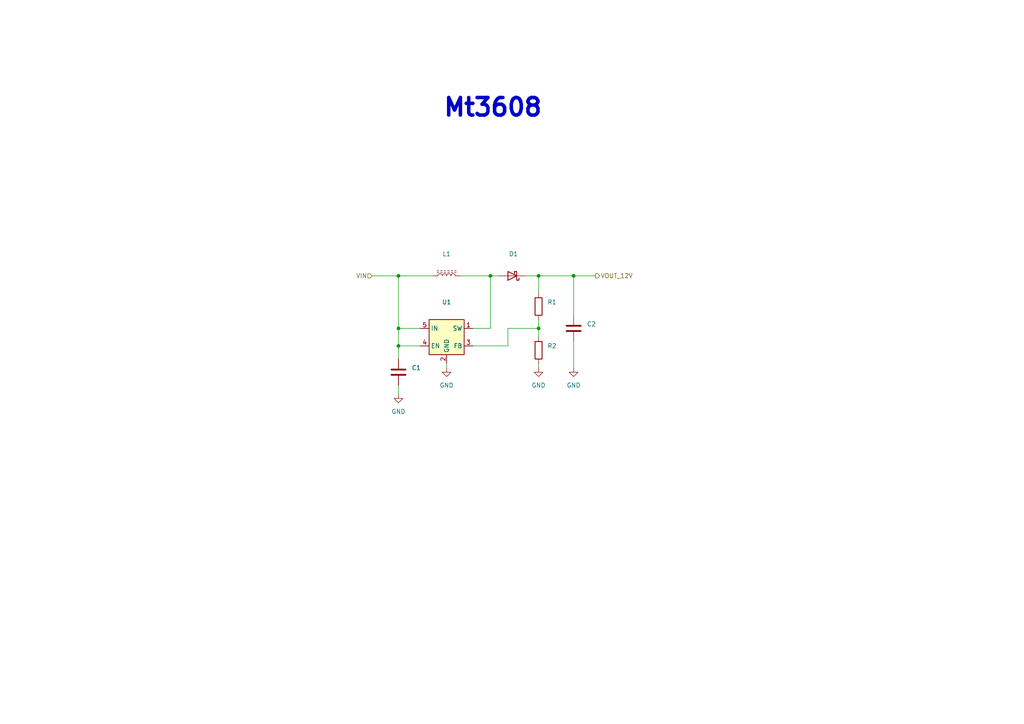
<source format=kicad_sch>
(kicad_sch (version 20211123) (generator eeschema)
  (paper "A4")
  (lib_symbols
    (symbol "Device:C" (pin_numbers hide) (pin_names (offset 0.254))
      (property "Reference" "C" (at 0.635 2.54 0))
      (property "Value" "C" (at 0.635 -2.54 0))
      (symbol "C_0_1"
        (polyline (pts (xy -2.032 -0.762) (xy 2.032 -0.762)) (stroke (width 0.508)))
        (polyline (pts (xy -2.032 0.762) (xy 2.032 0.762)) (stroke (width 0.508)))
      )
      (symbol "C_1_1"
        (pin passive line (at 0 3.81 270) (length 2.794) (name "~") (number "1"))
        (pin passive line (at 0 -3.81 90) (length 2.794) (name "~") (number "2"))
      )
    )
    (symbol "Device:D_Schottky" (pin_numbers hide) (pin_names (offset 1.016) hide)
      (property "Reference" "D" (at 0 2.54 0))
      (property "Value" "D_Schottky" (at 0 -2.54 0))
      (symbol "D_Schottky_0_1"
        (polyline (pts (xy 1.27 0) (xy -1.27 0)))
        (polyline (pts (xy 1.27 1.27) (xy 1.27 -1.27) (xy -1.27 0) (xy 1.27 1.27)) (stroke (width 0.254)))
        (polyline (pts (xy -1.905 0.635) (xy -1.905 1.27) (xy -1.27 1.27) (xy -1.27 -1.27) (xy -0.635 -1.27) (xy -0.635 -0.635)) (stroke (width 0.254)))
      )
      (symbol "D_Schottky_1_1"
        (pin passive line (at -3.81 0 0) (length 2.54) (name "K") (number "1"))
        (pin passive line (at 3.81 0 180) (length 2.54) (name "A") (number "2"))
      )
    )
    (symbol "Device:L_Ferrite" (pin_numbers hide) (pin_names (offset 1.016) hide)
      (property "Reference" "L" (at -1.27 0 90))
      (property "Value" "L_Ferrite" (at 2.794 0 90))
      (symbol "L_Ferrite_0_1"
        (arc (start 0 -2.54) (mid 0.635 -1.905) (end 0 -1.27))
        (arc (start 0 -1.27) (mid 0.635 -0.635) (end 0 0))
        (polyline (pts (xy 1.016 -2.794) (xy 1.016 -2.286)))
        (polyline (pts (xy 1.016 -1.778) (xy 1.016 -1.27)))
        (polyline (pts (xy 1.016 -0.762) (xy 1.016 -0.254)))
        (polyline (pts (xy 1.016 0.254) (xy 1.016 0.762)))
        (polyline (pts (xy 1.016 1.27) (xy 1.016 1.778)))
        (polyline (pts (xy 1.016 2.286) (xy 1.016 2.794)))
        (polyline (pts (xy 1.524 -2.286) (xy 1.524 -2.794)))
        (polyline (pts (xy 1.524 -1.27) (xy 1.524 -1.778)))
        (polyline (pts (xy 1.524 -0.254) (xy 1.524 -0.762)))
        (polyline (pts (xy 1.524 0.762) (xy 1.524 0.254)))
        (polyline (pts (xy 1.524 1.778) (xy 1.524 1.27)))
        (polyline (pts (xy 1.524 2.794) (xy 1.524 2.286)))
        (arc (start 0 0) (mid 0.635 0.635) (end 0 1.27))
        (arc (start 0 1.27) (mid 0.635 1.905) (end 0 2.54))
      )
      (symbol "L_Ferrite_1_1"
        (pin passive line (at 0 3.81 270) (length 1.27) (name "1") (number "1"))
        (pin passive line (at 0 -3.81 90) (length 1.27) (name "2") (number "2"))
      )
    )
    (symbol "Device:R" (pin_numbers hide) (pin_names (offset 0))
      (property "Reference" "R" (at 2.032 0 90))
      (property "Value" "R" (at 0 0 90))
      (symbol "R_0_1"
        (rectangle (start -1.016 -2.54) (end 1.016 2.54) (stroke (width 0.254)))
      )
      (symbol "R_1_1"
        (pin passive line (at 0 3.81 270) (length 1.27) (name "~") (number "1"))
        (pin passive line (at 0 -3.81 90) (length 1.27) (name "~") (number "2"))
      )
    )
    (symbol "Regulator_Switching:MT3608"
      (property "Reference" "U" (at -2.54 8.89 0))
      (property "Value" "MT3608" (at -3.81 6.35 0))
      (symbol "MT3608_0_1"
        (rectangle (start -5.08 5.08) (end 5.08 -5.08) (stroke (width 0.254)) (fill (type background)))
      )
      (symbol "MT3608_1_1"
        (pin passive line (at 7.62 2.54 180) (length 2.54) (name "SW") (number "1"))
        (pin power_in line (at 0 -7.62 90) (length 2.54) (name "GND") (number "2"))
        (pin input line (at 7.62 -2.54 180) (length 2.54) (name "FB") (number "3"))
        (pin input line (at -7.62 -2.54 0) (length 2.54) (name "EN") (number "4"))
        (pin power_in line (at -7.62 2.54 0) (length 2.54) (name "IN") (number "5"))
        (pin no_connect line (at 5.08 0 180) (length 2.54) hide (name "NC") (number "6"))
      )
    )
    (symbol "power:GND" (power) (pin_names (offset 0))
      (property "Value" "GND" (at 0 -3.81 0))
      (symbol "GND_0_1"
        (polyline (pts (xy 0 0) (xy 0 -1.27) (xy 1.27 -1.27) (xy 0 -2.54) (xy -1.27 -1.27) (xy 0 -1.27)))
      )
      (symbol "GND_1_1"
        (pin power_in line (at 0 0 270) (length 0) hide (name "GND") (number "1"))
      )
    )
  )
  (junction (at 115.57 95.25))
  (junction (at 115.57 100.33))
  (junction (at 142.24 80.01))
  (junction (at 156.21 80.01))
  (junction (at 156.21 95.25))
  (junction (at 115.57 80.01))
  (junction (at 166.37 80.01))
  (wire (pts (xy 166.37 99.06) (xy 166.37 106.68)))
  (wire (pts (xy 115.57 100.33) (xy 121.92 100.33)))
  (wire (pts (xy 166.37 80.01) (xy 172.72 80.01)))
  (wire (pts (xy 156.21 95.25) (xy 156.21 97.79)))
  (wire (pts (xy 137.16 100.33) (xy 147.32 100.33)))
  (wire (pts (xy 121.92 95.25) (xy 115.57 95.25)))
  (wire (pts (xy 125.73 80.01) (xy 115.57 80.01)))
  (wire (pts (xy 147.32 95.25) (xy 156.21 95.25)))
  (wire (pts (xy 142.24 80.01) (xy 142.24 95.25)))
  (wire (pts (xy 156.21 95.25) (xy 156.21 92.71)))
  (wire (pts (xy 147.32 100.33) (xy 147.32 95.25)))
  (wire (pts (xy 156.21 105.41) (xy 156.21 106.68)))
  (wire (pts (xy 129.54 105.41) (xy 129.54 106.68)))
  (wire (pts (xy 156.21 80.01) (xy 152.4 80.01)))
  (wire (pts (xy 156.21 85.09) (xy 156.21 80.01)))
  (wire (pts (xy 107.95 80.01) (xy 115.57 80.01)))
  (wire (pts (xy 133.35 80.01) (xy 142.24 80.01)))
  (wire (pts (xy 166.37 80.01) (xy 156.21 80.01)))
  (wire (pts (xy 142.24 80.01) (xy 144.78 80.01)))
  (wire (pts (xy 115.57 95.25) (xy 115.57 100.33)))
  (wire (pts (xy 115.57 104.14) (xy 115.57 100.33)))
  (wire (pts (xy 142.24 95.25) (xy 137.16 95.25)))
  (wire (pts (xy 166.37 91.44) (xy 166.37 80.01)))
  (wire (pts (xy 115.57 80.01) (xy 115.57 95.25)))
  (wire (pts (xy 115.57 111.76) (xy 115.57 114.3)))
  (text "Mt3608" (at 128.27 34.29 0) (effects (font (size 5.08 5.08) (thickness 1.016) bold) (justify left bottom)))
  (hierarchical_label "VOUT_12V" (shape output) (at 172.72 80.01 0))
  (hierarchical_label "VIN" (shape input) (at 107.95 80.01 180))
  (symbol (lib_id "Device:C") (at 166.37 95.25 0) (unit 1)
    (property "Reference" "C2" (at 170.18 93.9799 0) (effects (justify left)))
  )
  (symbol (lib_id "Device:D_Schottky") (at 148.59 80.01 180) (unit 1)
    (property "Reference" "D1" (at 148.9075 73.66 0))
  )
  (symbol (lib_id "power:GND") (at 129.54 106.68 0) (unit 1)
    (property "Reference" "#PWR0112" (effects hide))
    (property "Value" "GND" (at 129.54 111.76 0))
  )
  (symbol (lib_id "Device:C") (at 115.57 107.95 0) (unit 1)
    (property "Reference" "C1" (at 119.38 106.6799 0) (effects (justify left)))
  )
  (symbol (lib_id "Device:L_Ferrite") (at 129.54 80.01 90) (unit 1)
    (property "Reference" "L1" (at 129.54 73.66 90))
  )
  (symbol (lib_id "Device:R") (at 156.21 101.6 0) (unit 1)
    (property "Reference" "R2" (at 158.75 100.3299 0) (effects (justify left)))
  )
  (symbol (lib_id "Device:R") (at 156.21 88.9 0) (unit 1)
    (property "Reference" "R1" (at 158.75 87.6299 0) (effects (justify left)))
  )
  (symbol (lib_id "power:GND") (at 115.57 114.3 0) (unit 1)
    (property "Reference" "#PWR0113" (effects hide))
    (property "Value" "~" (at 115.57 119.38 0))
  )
  (symbol (lib_id "power:GND") (at 166.37 106.68 0) (unit 1)
    (property "Reference" "#PWR0110" (effects hide))
    (property "Value" "~" (at 166.37 111.76 0))
  )
  (symbol (lib_id "Regulator_Switching:MT3608") (at 129.54 97.79 0) (unit 1)
    (property "Reference" "U1" (at 129.54 87.63 0))
    (property "Datasheet" "https://www.olimex.com/Products/Breadboarding/BB-PWR-3608/resources/MT3608.pdf" (effects hide))
  )
  (symbol (lib_id "power:GND") (at 156.21 106.68 0) (unit 1)
    (property "Reference" "#PWR0111" (effects hide))
    (property "Value" "~" (at 156.21 111.76 0))
  )
)
</source>
